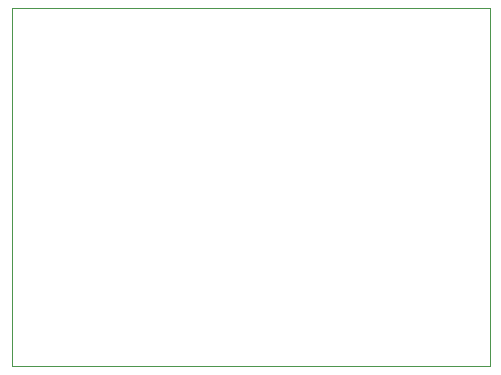
<source format=gbr>
G75*
G70*
%OFA0B0*%
%FSLAX24Y24*%
%IPPOS*%
%LPD*%
%AMOC8*
5,1,8,0,0,1.08239X$1,22.5*
%
%ADD10C,0.0000*%
D10*
X000259Y004082D02*
X000259Y016004D01*
X016180Y016004D01*
X016180Y004082D01*
X000259Y004082D01*
M02*

</source>
